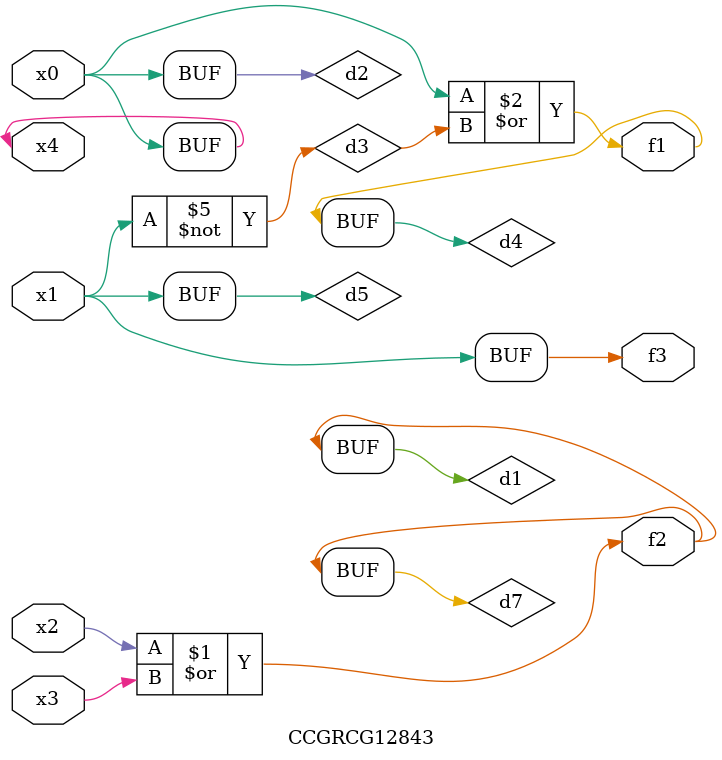
<source format=v>
module CCGRCG12843(
	input x0, x1, x2, x3, x4,
	output f1, f2, f3
);

	wire d1, d2, d3, d4, d5, d6, d7;

	or (d1, x2, x3);
	buf (d2, x0, x4);
	not (d3, x1);
	or (d4, d2, d3);
	not (d5, d3);
	nand (d6, d1, d3);
	or (d7, d1);
	assign f1 = d4;
	assign f2 = d7;
	assign f3 = d5;
endmodule

</source>
